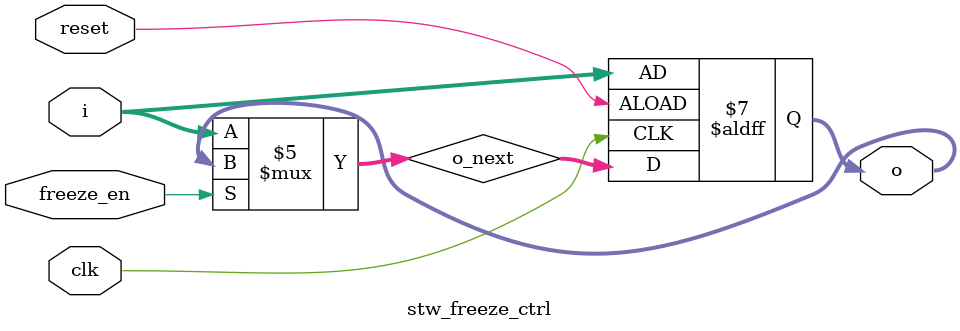
<source format=v>
`timescale 1ns / 1ps


module stw_freeze_ctrl(
    input [3:0] i,
    input freeze_en,
    output [3:0] o,
    input clk,
    input reset
    );
    
reg [3:0] o, o_next;
    
always @(i or freeze_en)
begin
    if(freeze_en)
        o_next = o;
    else 
        o_next = i;
end

always @(posedge clk or negedge reset)
begin
    if (~reset)
        o <= i;
    else
        o <= o_next; 
end

endmodule

</source>
